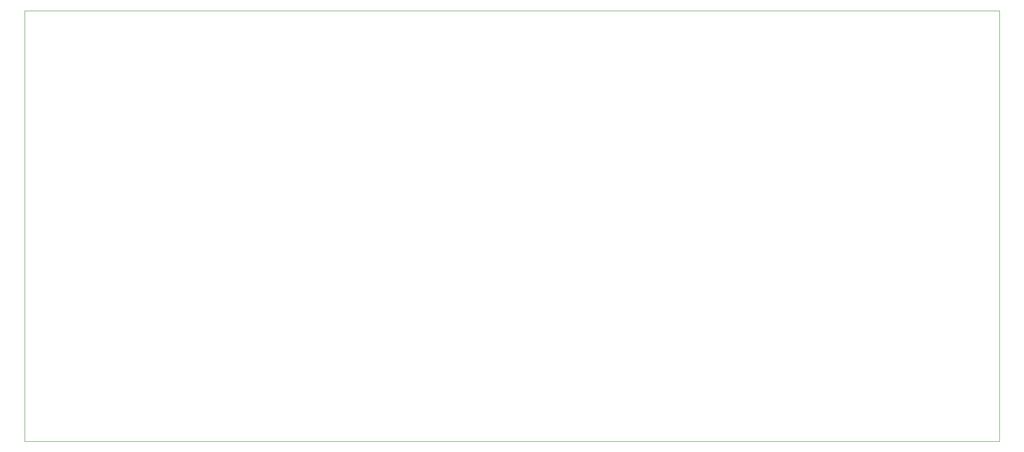
<source format=gbr>
%TF.GenerationSoftware,KiCad,Pcbnew,8.0.6*%
%TF.CreationDate,2024-10-27T21:16:08+01:00*%
%TF.ProjectId,Controller-BMU-Kombi,436f6e74-726f-46c6-9c65-722d424d552d,rev?*%
%TF.SameCoordinates,Original*%
%TF.FileFunction,Profile,NP*%
%FSLAX46Y46*%
G04 Gerber Fmt 4.6, Leading zero omitted, Abs format (unit mm)*
G04 Created by KiCad (PCBNEW 8.0.6) date 2024-10-27 21:16:08*
%MOMM*%
%LPD*%
G01*
G04 APERTURE LIST*
%TA.AperFunction,Profile*%
%ADD10C,0.050000*%
%TD*%
G04 APERTURE END LIST*
D10*
X42500000Y-59000000D02*
X227000000Y-59000000D01*
X227000000Y-140500000D01*
X42500000Y-140500000D01*
X42500000Y-59000000D01*
M02*

</source>
